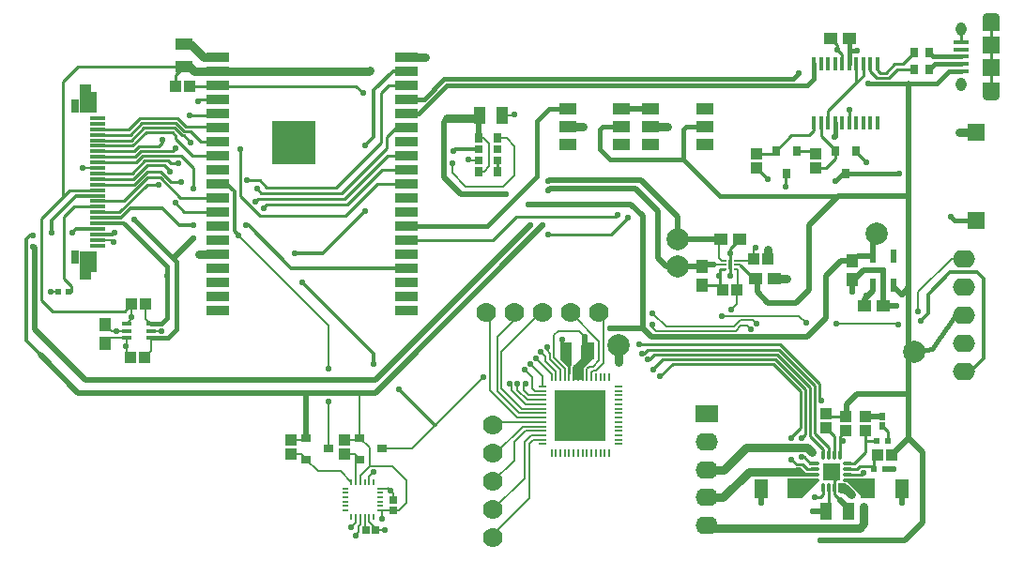
<source format=gtl>
G04 Layer_Physical_Order=1*
G04 Layer_Color=25308*
%FSLAX25Y25*%
%MOIN*%
G70*
G01*
G75*
%ADD10R,0.05906X0.03937*%
%ADD11R,0.06299X0.06299*%
G04:AMPARAMS|DCode=12|XSize=11.02mil|YSize=33.47mil|CornerRadius=2.76mil|HoleSize=0mil|Usage=FLASHONLY|Rotation=0.000|XOffset=0mil|YOffset=0mil|HoleType=Round|Shape=RoundedRectangle|*
%AMROUNDEDRECTD12*
21,1,0.01102,0.02795,0,0,0.0*
21,1,0.00551,0.03347,0,0,0.0*
1,1,0.00551,0.00276,-0.01398*
1,1,0.00551,-0.00276,-0.01398*
1,1,0.00551,-0.00276,0.01398*
1,1,0.00551,0.00276,0.01398*
%
%ADD12ROUNDEDRECTD12*%
G04:AMPARAMS|DCode=13|XSize=11.02mil|YSize=33.47mil|CornerRadius=2.76mil|HoleSize=0mil|Usage=FLASHONLY|Rotation=90.000|XOffset=0mil|YOffset=0mil|HoleType=Round|Shape=RoundedRectangle|*
%AMROUNDEDRECTD13*
21,1,0.01102,0.02795,0,0,90.0*
21,1,0.00551,0.03347,0,0,90.0*
1,1,0.00551,0.01398,0.00276*
1,1,0.00551,0.01398,-0.00276*
1,1,0.00551,-0.01398,-0.00276*
1,1,0.00551,-0.01398,0.00276*
%
%ADD13ROUNDEDRECTD13*%
%ADD14R,0.06102X0.04724*%
%ADD15R,0.06102X0.05906*%
%ADD16R,0.05315X0.01575*%
%ADD17R,0.01500X0.04500*%
%ADD18R,0.02165X0.04724*%
%ADD19R,0.02756X0.04921*%
%ADD20R,0.04331X0.10433*%
%ADD21R,0.01969X0.07677*%
%ADD22R,0.05512X0.01181*%
%ADD23R,0.05118X0.06890*%
%ADD24R,0.03150X0.03740*%
%ADD25R,0.18110X0.18110*%
%ADD26R,0.02756X0.00787*%
%ADD27R,0.00787X0.02756*%
G04:AMPARAMS|DCode=28|XSize=13.78mil|YSize=33.47mil|CornerRadius=0.34mil|HoleSize=0mil|Usage=FLASHONLY|Rotation=90.000|XOffset=0mil|YOffset=0mil|HoleType=Round|Shape=RoundedRectangle|*
%AMROUNDEDRECTD28*
21,1,0.01378,0.03278,0,0,90.0*
21,1,0.01309,0.03347,0,0,90.0*
1,1,0.00069,0.01639,0.00655*
1,1,0.00069,0.01639,-0.00655*
1,1,0.00069,-0.01639,-0.00655*
1,1,0.00069,-0.01639,0.00655*
%
%ADD28ROUNDEDRECTD28*%
%ADD29R,0.06000X0.06000*%
%ADD30R,0.02165X0.02362*%
%ADD31R,0.03543X0.03150*%
%ADD32R,0.03937X0.03937*%
%ADD33R,0.03150X0.03543*%
%ADD34R,0.01378X0.00709*%
%ADD35R,0.01181X0.03701*%
%ADD36R,0.00787X0.02362*%
%ADD37R,0.02362X0.00787*%
%ADD38R,0.07874X0.03543*%
%ADD39R,0.15748X0.15748*%
%ADD40R,0.02953X0.02835*%
%ADD41R,0.02953X0.03228*%
%ADD42R,0.03937X0.06102*%
%ADD43R,0.04921X0.04331*%
%ADD44R,0.02520X0.02677*%
%ADD45R,0.02441X0.02598*%
%ADD46R,0.06102X0.03937*%
%ADD47R,0.03937X0.03937*%
%ADD48R,0.02677X0.02520*%
%ADD49R,0.04331X0.04921*%
%ADD50C,0.07874*%
%ADD51C,0.00700*%
%ADD52C,0.01500*%
%ADD53C,0.01000*%
%ADD54C,0.00800*%
%ADD55C,0.02000*%
%ADD56C,0.01100*%
%ADD57C,0.03000*%
%ADD58C,0.01200*%
%ADD59O,0.03740X0.04921*%
%ADD60O,0.06102X0.03543*%
%ADD61C,0.07000*%
%ADD62O,0.08000X0.06299*%
%ADD63R,0.08000X0.06299*%
%ADD64C,0.02000*%
%ADD65O,0.07874X0.06299*%
%ADD66C,0.02200*%
G36*
X437000Y167000D02*
X436417Y163500D01*
X434000Y164000D01*
Y167300D01*
X436400D01*
X437000Y167000D01*
D02*
G37*
G36*
X447000Y162000D02*
X442000D01*
X442000Y163000D01*
X437000Y168000D01*
X436000Y168000D01*
Y169000D01*
X447000D01*
Y162000D01*
D02*
G37*
G36*
X427000Y168000D02*
X421000Y162000D01*
X416000D01*
Y169000D01*
X427000D01*
X427000Y168000D01*
D02*
G37*
G36*
X339300Y216501D02*
Y209500D01*
X338800Y209000D01*
X338800Y206000D01*
X338000Y206000D01*
Y208420D01*
X335339Y211480D01*
X335339Y216519D01*
X339300Y216501D01*
D02*
G37*
G36*
X347000Y211680D02*
X343339Y208019D01*
Y204019D01*
X339839D01*
X339839Y208519D01*
X342500Y211180D01*
X342500Y216519D01*
X347000Y216519D01*
Y211680D01*
D02*
G37*
G36*
X420700Y173000D02*
X422700Y171000D01*
X427000Y171000D01*
Y170000D01*
X419000D01*
Y173000D01*
X420700Y173000D01*
D02*
G37*
D10*
X337759Y294095D02*
D03*
Y300394D02*
D03*
Y287796D02*
D03*
X357051Y300394D02*
D03*
Y287796D02*
D03*
Y294095D02*
D03*
X367259D02*
D03*
Y300394D02*
D03*
Y287796D02*
D03*
X386551Y300394D02*
D03*
Y287796D02*
D03*
Y294095D02*
D03*
D11*
X431500Y171500D02*
D03*
D12*
X428547Y177307D02*
D03*
X430516D02*
D03*
X432484D02*
D03*
X434453D02*
D03*
Y165693D02*
D03*
X432484D02*
D03*
X430516D02*
D03*
X428547D02*
D03*
D13*
X437307Y174453D02*
D03*
Y172484D02*
D03*
Y170516D02*
D03*
Y168547D02*
D03*
X425693D02*
D03*
Y170516D02*
D03*
Y172484D02*
D03*
Y174453D02*
D03*
D14*
X488130Y330417D02*
D03*
Y307583D02*
D03*
D15*
Y322937D02*
D03*
Y315063D02*
D03*
D16*
X477500Y324118D02*
D03*
Y321559D02*
D03*
Y319000D02*
D03*
Y316441D02*
D03*
Y313882D02*
D03*
D17*
X435250Y316550D02*
D03*
X437750D02*
D03*
X440250D02*
D03*
X442750D02*
D03*
X445250D02*
D03*
X447750D02*
D03*
X432750D02*
D03*
X430250D02*
D03*
X427750D02*
D03*
X425250D02*
D03*
X437750Y295450D02*
D03*
X435250D02*
D03*
X432750D02*
D03*
X430250D02*
D03*
X427750D02*
D03*
X425250D02*
D03*
X440250D02*
D03*
X442750D02*
D03*
X445250D02*
D03*
X447750D02*
D03*
D18*
X446260Y248119D02*
D03*
X453740D02*
D03*
Y237881D02*
D03*
X450000D02*
D03*
X446260D02*
D03*
D19*
X162908Y301369D02*
D03*
Y247629D02*
D03*
D20*
X166451Y304125D02*
D03*
Y244873D02*
D03*
D21*
X169601Y302747D02*
D03*
Y246251D02*
D03*
D22*
X170979Y267610D02*
D03*
Y265641D02*
D03*
Y263673D02*
D03*
Y261704D02*
D03*
Y259736D02*
D03*
Y257767D02*
D03*
Y255799D02*
D03*
Y253830D02*
D03*
Y251862D02*
D03*
Y297137D02*
D03*
Y269578D02*
D03*
Y271547D02*
D03*
Y273515D02*
D03*
Y275484D02*
D03*
Y277452D02*
D03*
Y279421D02*
D03*
Y281389D02*
D03*
Y285326D02*
D03*
Y283358D02*
D03*
Y287295D02*
D03*
Y289263D02*
D03*
Y291232D02*
D03*
Y293200D02*
D03*
Y295169D02*
D03*
D23*
X456504Y165500D02*
D03*
X444496D02*
D03*
X406496D02*
D03*
X418504D02*
D03*
D24*
X460843Y314500D02*
D03*
X466157D02*
D03*
X460843Y320500D02*
D03*
X466157D02*
D03*
D25*
X342339Y191519D02*
D03*
D26*
X328835Y201755D02*
D03*
Y200180D02*
D03*
Y198606D02*
D03*
Y197031D02*
D03*
Y195456D02*
D03*
Y193881D02*
D03*
Y192306D02*
D03*
Y190732D02*
D03*
Y189157D02*
D03*
Y187582D02*
D03*
Y186007D02*
D03*
Y184432D02*
D03*
Y182857D02*
D03*
Y181283D02*
D03*
X355843Y201755D02*
D03*
Y200180D02*
D03*
Y198606D02*
D03*
Y197031D02*
D03*
Y195456D02*
D03*
Y193881D02*
D03*
Y192306D02*
D03*
Y190732D02*
D03*
Y189157D02*
D03*
Y187582D02*
D03*
Y186007D02*
D03*
Y184432D02*
D03*
Y182857D02*
D03*
Y181283D02*
D03*
D27*
X352575Y178015D02*
D03*
X351001D02*
D03*
X349426D02*
D03*
X347851D02*
D03*
X346276D02*
D03*
X344701D02*
D03*
X343127D02*
D03*
X341552D02*
D03*
X339977D02*
D03*
X338402D02*
D03*
X336827D02*
D03*
X335253D02*
D03*
X333678D02*
D03*
X332103D02*
D03*
Y205023D02*
D03*
X333678D02*
D03*
X335253D02*
D03*
X336827D02*
D03*
X338402D02*
D03*
X339977D02*
D03*
X341552D02*
D03*
X343127D02*
D03*
X344701D02*
D03*
X346276D02*
D03*
X347851D02*
D03*
X349426D02*
D03*
X351001D02*
D03*
X352575D02*
D03*
D28*
X189831Y224059D02*
D03*
Y221500D02*
D03*
Y218941D02*
D03*
X181169D02*
D03*
Y221500D02*
D03*
Y224059D02*
D03*
D29*
X483000Y292248D02*
D03*
Y260752D02*
D03*
D30*
X446531Y172500D02*
D03*
X450468D02*
D03*
X156751Y235425D02*
D03*
X160688D02*
D03*
X447532Y182500D02*
D03*
X451469D02*
D03*
D31*
X264063Y183398D02*
D03*
Y175917D02*
D03*
X271937Y179657D02*
D03*
X245063Y183398D02*
D03*
Y175917D02*
D03*
X252937Y179657D02*
D03*
D32*
X426000Y284461D02*
D03*
Y279539D02*
D03*
X239500Y182618D02*
D03*
Y177697D02*
D03*
X258500Y182618D02*
D03*
Y177697D02*
D03*
X443500Y190961D02*
D03*
Y186039D02*
D03*
X429500Y187039D02*
D03*
Y191961D02*
D03*
X436500Y186039D02*
D03*
Y190961D02*
D03*
X405000Y279539D02*
D03*
Y284461D02*
D03*
D33*
X415500Y277563D02*
D03*
X411760Y285437D02*
D03*
X419240D02*
D03*
X436500Y277563D02*
D03*
X432760Y285437D02*
D03*
X440240D02*
D03*
D34*
X397567Y243425D02*
D03*
Y245000D02*
D03*
Y246575D02*
D03*
X393433Y243425D02*
D03*
Y245000D02*
D03*
Y246575D02*
D03*
D35*
X395500Y245000D02*
D03*
D36*
X261063Y167760D02*
D03*
X262638D02*
D03*
X264213D02*
D03*
X265787D02*
D03*
X267362D02*
D03*
X268937D02*
D03*
Y155555D02*
D03*
X267362D02*
D03*
X265787D02*
D03*
X264213D02*
D03*
X262638D02*
D03*
X261063D02*
D03*
D37*
X271102Y165594D02*
D03*
Y164020D02*
D03*
Y162445D02*
D03*
Y160870D02*
D03*
Y159295D02*
D03*
Y157720D02*
D03*
X258898D02*
D03*
Y159295D02*
D03*
Y160870D02*
D03*
Y162445D02*
D03*
Y164020D02*
D03*
Y165594D02*
D03*
D38*
X213535Y228800D02*
D03*
Y233800D02*
D03*
Y238800D02*
D03*
Y243800D02*
D03*
Y248800D02*
D03*
Y253800D02*
D03*
Y258800D02*
D03*
Y263800D02*
D03*
Y268800D02*
D03*
Y273800D02*
D03*
Y278800D02*
D03*
Y283800D02*
D03*
Y288800D02*
D03*
Y293800D02*
D03*
Y298800D02*
D03*
Y303800D02*
D03*
Y308800D02*
D03*
Y313800D02*
D03*
Y318800D02*
D03*
X280465Y228800D02*
D03*
Y233800D02*
D03*
Y238800D02*
D03*
Y243800D02*
D03*
Y248800D02*
D03*
Y253800D02*
D03*
Y258800D02*
D03*
Y263800D02*
D03*
Y268800D02*
D03*
Y273800D02*
D03*
Y288800D02*
D03*
Y298800D02*
D03*
Y303800D02*
D03*
Y313800D02*
D03*
Y318800D02*
D03*
Y308800D02*
D03*
Y283800D02*
D03*
Y278800D02*
D03*
Y293800D02*
D03*
D39*
X240595Y288500D02*
D03*
D40*
X306326Y285984D02*
D03*
Y282205D02*
D03*
X312822D02*
D03*
Y285984D02*
D03*
D41*
X306326Y290000D02*
D03*
Y278189D02*
D03*
X312822D02*
D03*
Y290000D02*
D03*
D42*
X437543Y157500D02*
D03*
X429457D02*
D03*
X337296Y214519D02*
D03*
X345382D02*
D03*
X314732Y298189D02*
D03*
X306645D02*
D03*
D43*
X449847Y230500D02*
D03*
X443153D02*
D03*
X398847Y254000D02*
D03*
X392154D02*
D03*
X431153Y325500D02*
D03*
X437847D02*
D03*
X411346Y240000D02*
D03*
X404654D02*
D03*
D44*
X276000Y161390D02*
D03*
Y157925D02*
D03*
D45*
X449500Y191193D02*
D03*
Y187807D02*
D03*
D46*
X201500Y323543D02*
D03*
Y315457D02*
D03*
D47*
X408961Y247000D02*
D03*
X404039D02*
D03*
X187461Y212000D02*
D03*
X182539D02*
D03*
X187961Y231000D02*
D03*
X183039D02*
D03*
X203461Y308500D02*
D03*
X198539D02*
D03*
X448039Y177500D02*
D03*
X452961D02*
D03*
X393039Y236000D02*
D03*
X397961D02*
D03*
D48*
X269732Y150657D02*
D03*
X266268D02*
D03*
D49*
X173500Y223847D02*
D03*
Y217154D02*
D03*
X385500Y237653D02*
D03*
Y244346D02*
D03*
X439000Y239653D02*
D03*
Y246346D02*
D03*
D50*
X355839Y216319D02*
D03*
X447500Y256000D02*
D03*
X377000Y244500D02*
D03*
Y254000D02*
D03*
X461000Y214100D02*
D03*
D51*
X306326Y278189D02*
X308189D01*
X310000Y280000D01*
Y288000D01*
X308000Y290000D02*
X310000Y288000D01*
X306326Y290000D02*
X308000D01*
D52*
X467658Y319000D02*
X477500D01*
X466157Y320500D02*
X467658Y319000D01*
X468098Y316441D02*
X477500D01*
X466157Y314500D02*
X468098Y316441D01*
X437750Y321000D02*
Y325403D01*
X469000Y309500D02*
X473382Y313882D01*
X477500D01*
X350405Y294095D02*
X357051D01*
X349405Y293095D02*
X350405Y294095D01*
X378905Y282595D02*
Y293095D01*
X379905Y294095D01*
X386551D01*
X459000Y309500D02*
X469000D01*
X352905Y282595D02*
X378905D01*
X349405Y286095D02*
X352905Y282595D01*
X349405Y286095D02*
Y293095D01*
X189831Y224059D02*
X193559D01*
X189831Y218941D02*
X195941D01*
X199000Y222000D01*
Y246000D01*
X184000Y261000D02*
X197500Y247500D01*
X199000Y246000D01*
X193559Y224059D02*
X195500Y226000D01*
X180500Y259500D02*
X195500Y244500D01*
X378905Y282595D02*
X392000Y269500D01*
X434000D01*
X444500Y309500D02*
X459000D01*
X437750Y316550D02*
Y321000D01*
X440500D01*
X280465Y298800D02*
X284800D01*
X294800Y308800D01*
X280465Y303800D02*
X286800D01*
X294000Y311000D01*
X294800Y308800D02*
X422800D01*
X425250Y311250D01*
Y316550D01*
X432750Y290750D02*
Y295450D01*
X432500Y290500D02*
X432750Y290750D01*
X418000Y311000D02*
X420000Y313000D01*
X294000Y311000D02*
X418000D01*
X436500Y277563D02*
X455437D01*
X455500Y277500D01*
X474000Y262000D02*
X475248Y260752D01*
X483000D01*
X280465Y258800D02*
X309300D01*
X327000Y276500D02*
Y296000D01*
X331394Y300394D01*
X337759D01*
X309300Y258800D02*
X327000Y276500D01*
X461000Y214100D02*
X467209Y215206D01*
X475437Y227000D01*
X478500D01*
X195500Y226000D02*
Y241000D01*
Y244500D01*
X435463Y277563D02*
X436500D01*
X432800Y274900D02*
X435463Y277563D01*
D53*
X447750Y314250D02*
Y316550D01*
Y314250D02*
X448750Y313250D01*
X450750D01*
X445250Y313750D02*
Y316550D01*
Y313750D02*
X447500Y311500D01*
X452000D01*
X450750Y313250D02*
X454000Y316500D01*
X456843D01*
X460843Y320500D01*
X452000Y311500D02*
X455000Y314500D01*
X460843D01*
X433500Y321500D02*
Y323153D01*
X431153Y325500D02*
X433500Y323153D01*
X425250Y292750D02*
Y295450D01*
X423500Y291000D02*
X425250Y292750D01*
X417323Y291000D02*
X423500D01*
X411760Y285437D02*
X417323Y291000D01*
X419240Y285437D02*
X425024D01*
X426000Y279539D02*
X429539D01*
X432760Y282760D01*
Y285437D01*
X427750Y290750D02*
Y295450D01*
Y290750D02*
X432760Y285740D01*
Y285437D02*
Y285740D01*
X405000Y284461D02*
X410783D01*
X405000Y279539D02*
X409000Y275539D01*
Y275500D02*
Y275539D01*
X440740Y284760D02*
X444000Y281500D01*
X437750Y295450D02*
Y300250D01*
X430250Y299750D02*
X440250Y309750D01*
X442750Y312250D02*
Y316550D01*
X440250Y309750D02*
X442750Y312250D01*
X391925Y243425D02*
X393433D01*
X385500Y237653D02*
X392386D01*
X391925Y238114D02*
X392386Y237653D01*
X391925Y238114D02*
Y240770D01*
Y243425D01*
X395500Y245000D02*
Y249000D01*
Y250654D02*
X398847Y254000D01*
X432484Y163516D02*
Y165693D01*
Y163516D02*
X434500Y161500D01*
X428547Y163547D02*
Y165693D01*
X427500Y162500D02*
X428547Y163547D01*
X425500Y162500D02*
X427500D01*
X437307Y174453D02*
X439453D01*
X443500Y178500D01*
X443730Y182500D02*
X447532D01*
X443500Y178500D02*
Y186039D01*
X449500Y187807D02*
X451469Y185839D01*
Y182500D02*
Y185839D01*
X437307Y172484D02*
X440484D01*
X441500Y173500D01*
X445532D01*
X446531Y172500D01*
X442516Y170516D02*
X443000Y171000D01*
X437307Y170516D02*
X442516D01*
X446531Y172500D02*
Y175992D01*
X420500Y170500D02*
X425693Y170516D01*
X434453Y165693D02*
X436307D01*
X432484D02*
Y168484D01*
X433500Y169500D01*
X429500Y186039D02*
X430461D01*
X432484Y184016D01*
Y177307D02*
Y184016D01*
X430250Y295450D02*
Y299750D01*
X477500Y324118D02*
Y328842D01*
X488130Y305221D02*
Y307583D01*
Y315063D01*
Y322937D01*
Y330417D01*
Y332780D01*
X312822Y278189D02*
Y282205D01*
X162641Y265641D02*
X170979D01*
X159000Y262000D02*
X162641Y265641D01*
X159000Y240000D02*
Y262000D01*
Y240000D02*
X161531Y237469D01*
Y235500D02*
Y237469D01*
X170979Y291232D02*
X182436D01*
X170979Y289263D02*
X182871D01*
X170979Y293200D02*
X182000D01*
X170979Y287295D02*
X183307D01*
X170979Y267610D02*
X180310D01*
X207700Y288800D02*
X213535D01*
X187729Y282100D02*
X195950D01*
X188433Y280400D02*
X194563D01*
X196213Y278750D01*
X213185Y294150D02*
X213335Y294000D01*
X201550Y290950D02*
X204000Y288500D01*
X203950Y292550D02*
X207700Y288800D01*
X201537Y292550D02*
X203950D01*
X202200Y294150D02*
X213185D01*
X200874Y290950D02*
X201550D01*
X170979Y277452D02*
X183081D01*
X187729Y282100D01*
X170979Y275484D02*
X183517D01*
X188433Y280400D01*
X170979Y285326D02*
X183743D01*
X185617Y287200D01*
X180310Y267610D02*
X188700Y276000D01*
X198700Y289800D02*
Y290861D01*
Y289800D02*
X204700Y283800D01*
X213535D01*
X185617Y287200D02*
X192700D01*
X194000Y288500D01*
Y289500D01*
X198500Y267000D02*
X201700Y263800D01*
X213535D01*
X203500Y298000D02*
X212735D01*
X199399Y296950D02*
X202200Y294150D01*
X182000Y293200D02*
X185750Y296950D01*
X198737Y295350D02*
X201537Y292550D01*
X182436Y291232D02*
X186554Y295350D01*
X198074Y293750D02*
X200874Y290950D01*
X182871Y289263D02*
X187358Y293750D01*
X197411Y292150D02*
X198700Y290861D01*
X183307Y287295D02*
X188162Y292150D01*
X185750Y296950D02*
X199399D01*
X186554Y295350D02*
X198737D01*
X187358Y293750D02*
X198074D01*
X188162Y292150D02*
X197411D01*
X198539Y308500D02*
Y312496D01*
X201500Y315457D01*
X207300Y303800D02*
X213535D01*
X206500Y303000D02*
X207300Y303800D01*
X170979Y273515D02*
X183952D01*
X170979Y281389D02*
X184614D01*
X187025Y283800D02*
X200700D01*
X184614Y281389D02*
X187025Y283800D01*
X170979Y283358D02*
X184178D01*
X186321Y285500D01*
X170979Y263673D02*
X178673D01*
X188500Y273500D01*
X273500Y290500D02*
X276800Y293800D01*
X280465D01*
X273800Y283800D02*
X280465D01*
X273500Y286500D02*
Y290500D01*
X271800Y278800D02*
X280465D01*
X231000Y266500D02*
X259500D01*
X271800Y278800D01*
X258500Y268500D02*
X273800Y283800D01*
X229000Y270500D02*
X257500D01*
X273500Y286500D01*
X231000Y272500D02*
X255500D01*
X271500Y288500D01*
X188500Y273500D02*
X192500D01*
X228000Y268500D02*
X258500D01*
X227000Y267500D02*
X228000Y268500D01*
X228500Y262500D02*
X259000D01*
X230000Y265500D02*
X231000Y266500D01*
X230000Y265000D02*
Y265500D01*
X221500Y269500D02*
X228500Y262500D01*
X221500Y269500D02*
Y286000D01*
X228500Y275000D02*
X231000Y272500D01*
X224000Y275000D02*
X228500D01*
X227500Y272000D02*
X229000Y270500D01*
X188700Y276000D02*
X193126D01*
X200326Y268800D01*
X213535D01*
X183952Y273515D02*
X188437Y278000D01*
X193389D01*
X196889Y274500D02*
X200500D01*
X193389Y278000D02*
X196889Y274500D01*
X197050Y281000D02*
X199500D01*
X195950Y282100D02*
X197050Y281000D01*
X205000Y272000D02*
Y279500D01*
X200700Y283800D02*
X205000Y279500D01*
X186321Y285500D02*
X197500D01*
X198500Y286500D01*
X391695Y241000D02*
X391925Y240770D01*
X395500Y241000D02*
Y245000D01*
Y249000D02*
Y250654D01*
X440250Y309750D02*
Y316550D01*
X433500Y321500D02*
X435250Y319750D01*
Y316550D02*
Y319750D01*
X161047Y271547D02*
X170979D01*
X151000Y232500D02*
Y261500D01*
Y232500D02*
X155000Y228500D01*
X180539D01*
X183039Y231000D01*
X163957Y315457D02*
X201500D01*
X158500Y310000D02*
X163957Y315457D01*
X158500Y269000D02*
Y310000D01*
X151000Y261500D02*
X158500Y269000D01*
X161047Y271547D01*
X434453Y177307D02*
Y182200D01*
Y183992D02*
X436500Y186039D01*
X423900Y184200D02*
X428547Y179553D01*
X423900Y184200D02*
Y201288D01*
X428547Y177307D02*
Y179553D01*
X412188Y213000D02*
X423900Y201288D01*
X367009Y211540D02*
X368469Y213000D01*
X412188D01*
X425500Y185000D02*
X430516Y179984D01*
X425500Y185000D02*
Y201951D01*
X430516Y177307D02*
Y179984D01*
X364180Y213520D02*
X365029D01*
X366109Y214600D01*
X412851D02*
X425500Y201951D01*
X366109Y214600D02*
X412851D01*
X410863Y209800D02*
X420700Y199963D01*
X419100Y174100D02*
X421400D01*
X417400Y175800D02*
X419100Y174100D01*
X423016Y172484D02*
X425693D01*
X421400Y174100D02*
X423016Y172484D01*
X417400Y183400D02*
Y183700D01*
X420700Y187000D01*
Y199963D01*
X424047Y174453D02*
X425693D01*
X421900Y176600D02*
X424047Y174453D01*
X421000Y176600D02*
X421900D01*
X421000Y183500D02*
X422300Y184800D01*
X411525Y211400D02*
X422300Y200625D01*
Y184800D02*
Y200625D01*
X434453Y182300D02*
Y183992D01*
X427100Y197500D02*
X427800Y196800D01*
X427100Y197500D02*
Y202614D01*
X413114Y216600D02*
X427100Y202614D01*
X370600Y205300D02*
X375100Y209800D01*
X410863D01*
X371700Y211400D02*
X411525D01*
X366160Y211540D02*
X367009D01*
X368300Y208000D02*
X371700Y211400D01*
X368300Y207600D02*
Y208000D01*
X363100Y216600D02*
X413114D01*
X262700Y308500D02*
X265100Y306100D01*
X203461Y308500D02*
X262700D01*
X280465Y253800D02*
X311100D01*
X319500Y262200D01*
X353200Y255800D02*
X359200Y261800D01*
X331000Y255800D02*
X353200D01*
X319500Y262200D02*
X354900D01*
X355500Y262800D01*
X415300Y272700D02*
Y277363D01*
X259000Y262500D02*
X270300Y273800D01*
X280465D01*
X271500Y288500D02*
Y306000D01*
X274300Y308800D01*
X280465D01*
X429500Y173500D02*
X431500Y171500D01*
D54*
X397567Y243425D02*
X398075D01*
X265787Y151177D02*
Y155555D01*
X275795Y157720D02*
X276000Y157925D01*
Y161390D02*
Y163657D01*
X271102Y165594D02*
X273937D01*
X274000Y165657D02*
X275000Y164657D01*
X276000Y163657D01*
X273937Y165594D02*
X274000Y165657D01*
X269732Y150657D02*
X273000D01*
X272000Y157720D02*
X275795D01*
X261000Y151657D02*
X262638Y153295D01*
Y155555D01*
X264213Y152870D02*
Y155555D01*
X263500Y152157D02*
X264213Y152870D01*
X263500Y150157D02*
Y152157D01*
X262500Y149158D02*
X263500Y150157D01*
X262500Y148658D02*
Y149158D01*
X267362Y153795D02*
Y155555D01*
Y153795D02*
X269732Y151425D01*
Y150657D02*
Y151425D01*
X335796Y212562D02*
Y213519D01*
X343882Y212562D02*
Y213519D01*
X343127Y211806D02*
X343882Y212562D01*
X341552Y210231D02*
X343127Y211806D01*
X334339Y199519D02*
X342339Y191519D01*
X257165Y171658D02*
X261063Y167760D01*
X249323Y171658D02*
X257165D01*
X258500Y177697D02*
X262283D01*
X264063Y175917D01*
X239500Y177697D02*
X243284D01*
X245063Y175917D01*
X249323Y171658D01*
X258500Y182618D02*
X263283D01*
X239500D02*
X244284D01*
X175287Y218941D02*
X181169D01*
X173500Y223847D02*
X175847Y221500D01*
X177500D01*
X181169D01*
Y224059D02*
X183039Y225929D01*
Y226539D01*
X181169Y213370D02*
Y218941D01*
X183039Y226539D02*
Y231000D01*
X189831Y221500D02*
X193500D01*
X262638Y167760D02*
Y174492D01*
X264063Y175917D01*
X267362Y167760D02*
Y169795D01*
X267350Y169808D02*
X267362Y169795D01*
X267350Y169808D02*
X268900Y171358D01*
X314732Y298189D02*
X318689D01*
X319000Y298500D01*
X302795Y282205D02*
X306326D01*
X170979Y253830D02*
X175670D01*
X176500Y253000D01*
X165579Y279421D02*
X170979D01*
X165500Y279500D02*
X165579Y279421D01*
X154219Y235425D02*
X156751D01*
X324753Y184432D02*
X328835D01*
X312477Y189157D02*
X328835D01*
X322879Y186007D02*
X328835D01*
X325678Y182857D02*
X328835D01*
X322439Y182119D02*
X324753Y184432D01*
X318839Y181967D02*
X322879Y186007D01*
X311339Y168019D02*
X318839Y175519D01*
Y181967D01*
X311339Y178019D02*
X312339D01*
X321902Y187582D01*
X328835D01*
X311339Y158019D02*
Y159019D01*
Y158019D02*
X322439Y169119D01*
Y182119D01*
X324339Y181519D02*
X325678Y182857D01*
X324339Y162019D02*
Y181519D01*
X310339Y148019D02*
X311339D01*
X310339D02*
X324339Y162019D01*
X311339Y188019D02*
X312477Y189157D01*
X341552Y205023D02*
Y210231D01*
X343127Y205023D02*
Y211806D01*
X327057Y190732D02*
X328835D01*
X326982Y190806D02*
X327057Y190732D01*
Y193881D02*
X328835D01*
X326982Y193806D02*
X327057Y193881D01*
X318839Y225519D02*
Y228019D01*
X308839D02*
X310339Y226519D01*
X404000Y240000D02*
X405154D01*
X399000Y245000D02*
X399500Y244500D01*
X397567Y245000D02*
X399000D01*
X187961Y225929D02*
Y231000D01*
Y225929D02*
X189831Y224059D01*
X187461Y212000D02*
X189831Y214370D01*
Y218941D01*
X391500Y247500D02*
Y253346D01*
X392425Y246575D02*
X393433D01*
X391500Y247500D02*
X392425Y246575D01*
X391500Y253346D02*
X392154Y254000D01*
X390000Y245000D02*
X393433D01*
X264213Y167760D02*
Y170070D01*
X267500Y173357D01*
X264063Y183398D02*
X267500Y179961D01*
X272000Y154657D02*
Y157720D01*
X276000Y157925D02*
X277925D01*
X280500Y160500D01*
Y168500D01*
X267500Y173500D02*
Y179961D01*
Y173500D02*
X275500D01*
X280500Y168500D01*
X335796Y212562D02*
X338402Y209956D01*
X333000Y212005D02*
X336827Y208178D01*
X339977Y205023D02*
Y208657D01*
X341552Y210231D01*
X338402Y205023D02*
Y209956D01*
X336827Y205023D02*
Y208178D01*
X328339Y228019D02*
X328839D01*
X342000Y221500D02*
X344000Y219500D01*
X336000Y213180D02*
Y218500D01*
X334500Y221500D02*
X342000D01*
X333000Y220000D02*
X334500Y221500D01*
X333000Y212005D02*
Y220000D01*
X331900Y211120D02*
X335253Y207768D01*
Y205023D02*
Y207768D01*
X330430Y214670D02*
Y215830D01*
X331600Y211425D02*
X331900Y211125D01*
Y211120D02*
Y211125D01*
X330430Y214670D02*
X331600Y213500D01*
Y211425D02*
Y213500D01*
X329900Y210920D02*
X333678Y207142D01*
X329900Y210920D02*
Y212400D01*
X333678Y205023D02*
Y207142D01*
X328450Y213850D02*
X329900Y212400D01*
X326470Y211870D02*
X332103Y206237D01*
Y205023D02*
Y206237D01*
X328835Y201755D02*
Y205545D01*
X324490Y209890D02*
X328835Y205545D01*
X322510Y207910D02*
X325400Y205021D01*
Y201100D02*
Y205021D01*
Y201100D02*
X326320Y200180D01*
X328835D01*
X323994Y198606D02*
X328835D01*
X322300Y200300D02*
X323994Y198606D01*
X323448Y197031D02*
X328835D01*
X322902Y195456D02*
X328835D01*
X319994Y190806D02*
X326982D01*
X310339Y200461D02*
Y226519D01*
X320694Y192306D02*
X328835D01*
X310339Y200461D02*
X319994Y190806D01*
X321594Y193806D02*
X326982D01*
X312839Y200161D02*
X320694Y192306D01*
X312839Y219519D02*
X318839Y225519D01*
X314339Y201061D02*
X321594Y193806D01*
X314339Y214019D02*
X328339Y228019D01*
X312839Y200161D02*
Y219519D01*
X314339Y201061D02*
Y214019D01*
X322300Y200300D02*
Y202100D01*
X322800Y202600D01*
X320000Y200479D02*
X323448Y197031D01*
X320000Y200479D02*
Y202600D01*
X317200D02*
X317900Y201900D01*
Y200457D02*
X322902Y195456D01*
X317900Y200457D02*
Y201900D01*
X397567Y246575D02*
X403614D01*
X404039Y247000D01*
Y250539D01*
X404500Y251000D01*
X398075Y237114D02*
Y243425D01*
X395900Y229000D02*
X397961Y231061D01*
Y236000D01*
X433100Y224100D02*
X454800D01*
X455100Y223800D01*
X392600Y226800D02*
X420000D01*
X422500Y224300D01*
X403695Y225295D02*
X404995Y223995D01*
X401715Y223315D02*
X403015Y222015D01*
X399215Y223315D02*
X401715D01*
X397461Y221561D02*
X399215Y223315D01*
X399074Y225295D02*
X403695D01*
X396839Y223061D02*
X399074Y225295D01*
X346276Y205023D02*
Y206634D01*
X347043Y207401D01*
X347901D02*
X350500Y210000D01*
X347043Y207401D02*
X347901D01*
X350500Y210000D02*
Y226358D01*
X348839Y228019D02*
X350500Y226358D01*
X462400Y228500D02*
Y235300D01*
X474100Y247000D01*
X478500D01*
X344701Y205023D02*
Y207967D01*
X345535Y208801D01*
X346821D01*
X349000Y210980D01*
Y217858D01*
X338839Y228019D02*
X349000Y217858D01*
X369239Y221561D02*
X397461D01*
X367550Y223250D02*
X369239Y221561D01*
X368000Y227900D02*
X372839Y223061D01*
X396839D01*
X302500Y282500D02*
X302795Y282205D01*
X312822Y290000D02*
X316200D01*
X319000Y287200D01*
Y276900D02*
Y287200D01*
X315000Y272900D02*
X319000Y276900D01*
X301700Y272900D02*
X315000D01*
X296900Y277700D02*
X301700Y272900D01*
X296900Y277700D02*
Y281000D01*
X271937Y179657D02*
X282457D01*
X252937D02*
Y196337D01*
X264000Y199500D02*
X264063Y199437D01*
Y183398D02*
Y199437D01*
X253000Y208100D02*
Y223500D01*
X221000Y255500D02*
X253000Y223500D01*
X282457Y179657D02*
X291000Y188200D01*
X307900Y205100D01*
D55*
X450000Y237881D02*
Y243000D01*
X439653Y239653D02*
X443000Y243000D01*
X450000D01*
X439000Y239653D02*
X439653D01*
X440772Y248119D02*
X446260D01*
X439000Y246346D02*
X440772Y248119D01*
X450000Y230654D02*
Y237881D01*
X446260Y235760D02*
Y237881D01*
X443153Y230500D02*
Y232653D01*
X449847Y230500D02*
X454500D01*
X439000Y235500D02*
Y239653D01*
X443793Y234207D02*
X444707D01*
X453740Y237260D02*
X456500Y234500D01*
X443153Y232653D02*
X444707Y234207D01*
X446260Y235760D01*
X434500Y161500D02*
X437543Y158457D01*
X406496Y160504D02*
Y165500D01*
X456504Y160504D02*
Y165500D01*
X443500Y190961D02*
X447039D01*
X449268D01*
X450468Y172500D02*
X453500D01*
X306326Y290000D02*
Y297869D01*
X446260Y248119D02*
Y254760D01*
X447500Y256000D01*
X357051Y300394D02*
X367259D01*
X456500Y234500D02*
X459000Y237000D01*
X434000Y269500D02*
X459000D01*
X423500Y259000D02*
X434000Y269500D01*
X423500Y236000D02*
Y259000D01*
X419000Y231500D02*
X423500Y236000D01*
X409000Y231500D02*
X419000D01*
X405154Y235347D02*
Y240000D01*
X459000Y237000D02*
Y269500D01*
Y309500D01*
X452961Y177500D02*
X459000Y183539D01*
X440500Y199000D02*
X459000D01*
X437000Y195500D02*
X440500Y199000D01*
X437000Y191461D02*
Y195500D01*
X436500Y190961D02*
X437000Y191461D01*
X459000Y183539D02*
Y199000D01*
X425000Y157500D02*
X429457D01*
X427500Y147000D02*
X457500D01*
X464000Y153500D01*
Y178539D01*
X459000Y183539D02*
X464000Y178539D01*
X198000Y247500D02*
X205000Y254500D01*
X197500Y247500D02*
X198000D01*
X459000Y199000D02*
Y237000D01*
X434846Y246346D02*
X439000D01*
X429500Y241000D02*
X434846Y246346D01*
X429500Y226000D02*
Y241000D01*
X405154Y235347D02*
X409000Y231500D01*
X269500Y204000D02*
X324500Y259000D01*
X166500Y204000D02*
X269500D01*
X148500Y222000D02*
X166500Y204000D01*
X377000Y254000D02*
Y262000D01*
X331500Y275200D02*
X363800D01*
X377000Y262000D01*
Y254000D02*
X392154D01*
X370000Y247500D02*
X373000Y244500D01*
X377000D01*
X385500Y244346D02*
X385653Y244500D01*
X386154Y245000D01*
X331000Y271500D02*
X331500Y272000D01*
X386154Y245000D02*
X390000D01*
X331500Y272000D02*
X362000D01*
X370000Y247500D02*
Y264000D01*
X362000Y272000D02*
X370000Y264000D01*
X377000Y244500D02*
X385653D01*
X245063Y183398D02*
Y199437D01*
X245000Y199500D02*
X245063Y199437D01*
X245000Y199500D02*
X264000D01*
X164000D02*
X245000D01*
X150500Y213000D02*
X164000Y199500D01*
X148500Y222000D02*
Y251000D01*
X148000Y251500D02*
X148500Y251000D01*
X343882Y213519D02*
X344000Y213636D01*
Y219500D01*
X353000Y222500D02*
X364500D01*
X422815Y219315D02*
X429500Y226000D01*
X367685Y219315D02*
X422815D01*
X364500Y222500D02*
X367685Y219315D01*
X331000Y274700D02*
X331500Y275200D01*
X324000Y266500D02*
X360300D01*
X364500Y222500D02*
Y262300D01*
X360300Y266500D02*
X364500Y262300D01*
X264000Y199500D02*
X269500D01*
X329000Y259000D01*
X293900Y295900D02*
X295000Y297000D01*
X300000Y270000D02*
X316000D01*
X293900Y276100D02*
Y295900D01*
Y276100D02*
X300000Y270000D01*
D56*
X418547Y168547D02*
X425693D01*
X417500Y167500D02*
X418547Y168547D01*
X437307D02*
X444453D01*
X430516Y158559D02*
Y165693D01*
X429500Y190961D02*
X436500D01*
D57*
X443000Y153000D02*
Y159000D01*
X387200Y151500D02*
X441500D01*
X443000Y153000D01*
X436307Y165693D02*
X438500Y163500D01*
X423000Y180000D02*
X424500Y178500D01*
X201500Y323543D02*
X203957D01*
X208700Y318800D02*
X213535D01*
X203957Y323543D02*
X207000Y320500D01*
X208700Y318800D01*
X201500Y315457D02*
X203500D01*
X206800Y248800D02*
X213535D01*
X280465Y318800D02*
X287200D01*
X203500Y315457D02*
X205157Y313800D01*
X213535D01*
X408961Y247000D02*
Y250461D01*
X409000Y250500D01*
X411846Y240000D02*
X415500D01*
X367259Y294095D02*
X373405D01*
X337759D02*
X343405D01*
X477248Y292248D02*
X483000D01*
X477000Y292000D02*
X477248Y292248D01*
X213535Y313800D02*
X267300D01*
X267500Y314000D01*
X295000Y297000D02*
X305456D01*
X306326Y297869D01*
X355839Y210319D02*
Y216319D01*
X385000Y162272D02*
X393072D01*
X402300Y171500D01*
X420000D01*
X387700Y172115D02*
X393315D01*
X401200Y180000D01*
X423000D01*
D58*
X399500Y244500D02*
X404000Y240000D01*
X170979Y259736D02*
X180264D01*
X180500Y259500D01*
X170979Y255799D02*
X176299D01*
X177000Y256500D01*
X200000Y259000D02*
X205000D01*
X194000Y265000D02*
X200000Y259000D01*
X182500Y265000D02*
X194000D01*
X179204Y261704D02*
X182500Y265000D01*
X170979Y261704D02*
X179204D01*
X213535Y273800D02*
X216700D01*
X219500Y271000D01*
X223500Y259000D02*
X224500D01*
X266000Y287500D02*
X269000Y290500D01*
X239700Y243800D02*
X280465D01*
X224500Y259000D02*
X239700Y243800D01*
X251000Y249000D02*
X266000Y264000D01*
X241000Y249000D02*
X251000D01*
X219500Y257000D02*
Y271000D01*
Y257000D02*
X221000Y255500D01*
X163267Y257767D02*
X170979D01*
X163267Y269578D02*
X170979D01*
X154500Y260811D02*
X163267Y269578D01*
X154500Y256500D02*
Y260811D01*
X162000Y256500D02*
X163267Y257767D01*
X147000Y255500D02*
X148000D01*
X145500Y218000D02*
X150500Y213000D01*
X145500Y218000D02*
Y254000D01*
X147000Y255500D01*
X481000Y207000D02*
X485700Y211700D01*
X478500Y207000D02*
X481000D01*
X485700Y211700D02*
Y240000D01*
X463200Y225000D02*
X465800Y227600D01*
Y234500D01*
X473600Y242300D01*
X483400D02*
X485700Y240000D01*
X473600Y242300D02*
X483400D01*
X269000Y290500D02*
Y307000D01*
X275800Y313800D01*
X280465D01*
X297300Y285400D02*
X297884Y285984D01*
X306326D01*
X243500Y238700D02*
X268900Y213300D01*
Y209800D02*
Y213300D01*
X278000Y200900D02*
X290700Y188200D01*
X291000D01*
D59*
X477500Y328842D02*
D03*
Y309157D02*
D03*
D60*
X488130Y305221D02*
D03*
Y332780D02*
D03*
D61*
X308839Y228019D02*
D03*
X318839D02*
D03*
X328839D02*
D03*
X338839D02*
D03*
X348839D02*
D03*
X311339Y148019D02*
D03*
Y158019D02*
D03*
Y168019D02*
D03*
Y178019D02*
D03*
Y188019D02*
D03*
D62*
X387200Y152430D02*
D03*
Y162272D02*
D03*
Y172115D02*
D03*
Y181957D02*
D03*
D63*
Y192000D02*
D03*
D64*
X247000Y282000D02*
D03*
Y287000D02*
D03*
Y292000D02*
D03*
X242000D02*
D03*
Y287000D02*
D03*
Y282000D02*
D03*
X237000Y292000D02*
D03*
Y287000D02*
D03*
Y282000D02*
D03*
D65*
X478500Y247000D02*
D03*
Y237000D02*
D03*
Y227000D02*
D03*
Y217000D02*
D03*
Y207000D02*
D03*
D66*
X433500Y321500D02*
D03*
X409000Y275500D02*
D03*
X444000Y281500D02*
D03*
X437750Y300250D02*
D03*
X275000Y164657D02*
D03*
X273000Y150657D02*
D03*
X261000Y151657D02*
D03*
X272000Y154657D02*
D03*
X262500Y148658D02*
D03*
X450000Y243000D02*
D03*
X454500Y230500D02*
D03*
X439000Y235500D02*
D03*
X443793Y234207D02*
D03*
X456500Y234500D02*
D03*
X433500Y169500D02*
D03*
X434500Y161500D02*
D03*
X438500Y163500D02*
D03*
X406496Y160504D02*
D03*
X456504D02*
D03*
X425500Y162500D02*
D03*
X447039Y190961D02*
D03*
X443000Y171000D02*
D03*
X453500Y172500D02*
D03*
X424500Y178500D02*
D03*
X443000Y159000D02*
D03*
X429500Y169500D02*
D03*
X334339Y199519D02*
D03*
Y183519D02*
D03*
X350339D02*
D03*
Y199519D02*
D03*
X342339Y191519D02*
D03*
X177500Y221500D02*
D03*
X183039Y226539D02*
D03*
X181000Y216000D02*
D03*
X193500Y221500D02*
D03*
X268900Y171358D02*
D03*
X319000Y298500D02*
D03*
X176500Y253000D02*
D03*
X165500Y279500D02*
D03*
X154219Y235425D02*
D03*
X204000Y288500D02*
D03*
X194000Y289500D02*
D03*
X198500Y267000D02*
D03*
X203500Y298000D02*
D03*
X207000Y320500D02*
D03*
X206800Y248800D02*
D03*
X287200Y318800D02*
D03*
X206500Y303000D02*
D03*
X221500Y286000D02*
D03*
X192500Y273500D02*
D03*
X227000Y267500D02*
D03*
X230000Y265000D02*
D03*
X224000Y275000D02*
D03*
X227500Y272000D02*
D03*
X196500Y278000D02*
D03*
X200500Y274500D02*
D03*
X199500Y281000D02*
D03*
X205000Y272000D02*
D03*
X198500Y286500D02*
D03*
X409000Y250500D02*
D03*
X415500Y240000D02*
D03*
X373405Y294095D02*
D03*
X343405D02*
D03*
X391695Y241000D02*
D03*
X395500D02*
D03*
Y249000D02*
D03*
X425000Y157500D02*
D03*
X427500Y147000D02*
D03*
X177000Y256500D02*
D03*
X184000Y261000D02*
D03*
X205000Y259000D02*
D03*
X223500D02*
D03*
X205000Y254500D02*
D03*
X266000Y287500D02*
D03*
Y264000D02*
D03*
X241000Y249000D02*
D03*
X195500Y241000D02*
D03*
X444500Y309500D02*
D03*
X440500Y321000D02*
D03*
X432500Y290500D02*
D03*
X420000Y313000D02*
D03*
X477000Y292000D02*
D03*
X455500Y277500D02*
D03*
X474000Y262000D02*
D03*
X267500Y314000D02*
D03*
X295000Y297000D02*
D03*
X316000Y270000D02*
D03*
X324000Y266500D02*
D03*
X329000Y259000D02*
D03*
X324500D02*
D03*
X221000Y255500D02*
D03*
X331000Y274700D02*
D03*
Y271500D02*
D03*
X154500Y256500D02*
D03*
X148000Y255500D02*
D03*
X162000Y256500D02*
D03*
X148000Y251500D02*
D03*
X355839Y210319D02*
D03*
X344000Y219500D02*
D03*
X336000Y218500D02*
D03*
X330430Y215830D02*
D03*
X326470Y211870D02*
D03*
X324490Y209890D02*
D03*
X322510Y207910D02*
D03*
X328330Y213970D02*
D03*
X435600Y182300D02*
D03*
X364180Y213520D02*
D03*
X417400Y175800D02*
D03*
Y183400D02*
D03*
X421000Y176600D02*
D03*
Y183500D02*
D03*
X427800Y196800D02*
D03*
X363100Y216600D02*
D03*
X353000Y222500D02*
D03*
X370600Y205300D02*
D03*
X366160Y211540D02*
D03*
X368300Y207600D02*
D03*
X322800Y202600D02*
D03*
X320000D02*
D03*
X317200D02*
D03*
X404500Y251000D02*
D03*
X395900Y229000D02*
D03*
X422500Y224300D02*
D03*
X433100Y224100D02*
D03*
X455100Y223800D02*
D03*
X392600Y226800D02*
D03*
X404995Y223995D02*
D03*
X403015Y222015D02*
D03*
X463200Y225000D02*
D03*
X462400Y228500D02*
D03*
X367900Y223600D02*
D03*
X368000Y227900D02*
D03*
X265100Y306100D02*
D03*
X432800Y274900D02*
D03*
X359200Y261800D02*
D03*
X331000Y255800D02*
D03*
X355500Y262800D02*
D03*
X415300Y272700D02*
D03*
X302500Y282500D02*
D03*
X297300Y285400D02*
D03*
X296900Y281000D02*
D03*
X307900Y205100D02*
D03*
X252937Y196337D02*
D03*
X253000Y208100D02*
D03*
X243500Y238700D02*
D03*
X268900Y209800D02*
D03*
X278000Y200900D02*
D03*
X433500Y173500D02*
D03*
X429500D02*
D03*
M02*

</source>
